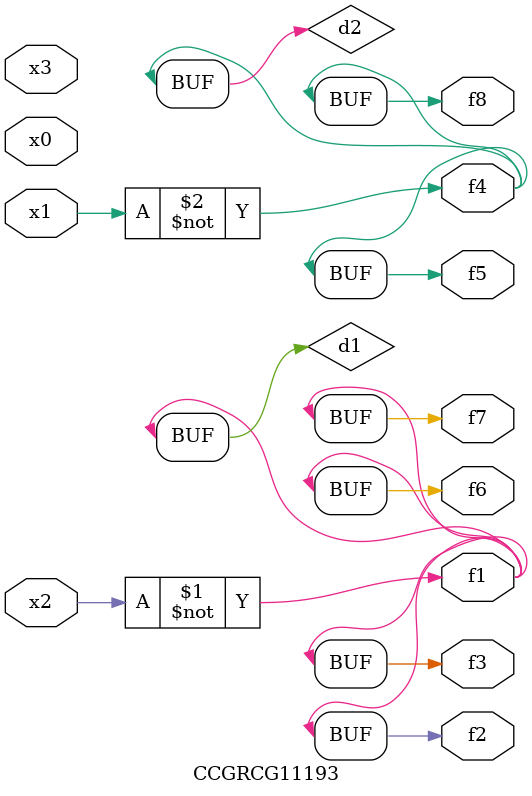
<source format=v>
module CCGRCG11193(
	input x0, x1, x2, x3,
	output f1, f2, f3, f4, f5, f6, f7, f8
);

	wire d1, d2;

	xnor (d1, x2);
	not (d2, x1);
	assign f1 = d1;
	assign f2 = d1;
	assign f3 = d1;
	assign f4 = d2;
	assign f5 = d2;
	assign f6 = d1;
	assign f7 = d1;
	assign f8 = d2;
endmodule

</source>
